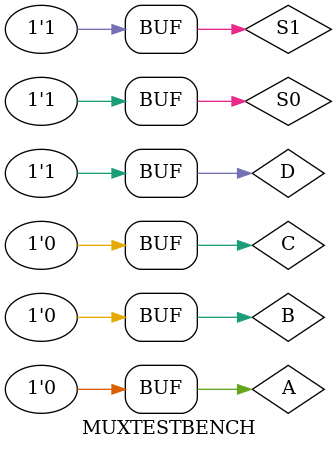
<source format=v>
`timescale 1ns / 1ps


module MUXTESTBENCH;

	// Inputs
	reg A;
	reg B;
	reg C;
	reg D;
	reg S0;
	reg S1;

	// Outputs
	wire f_mux4to1;
	wire f_mux4to1structure;

	// Instantiate the Unit Under Test (UUT)
	mux4to1 uut (
		.A(A), 
		.B(B), 
		.C(C), 
		.D(D), 
		.S0(S0), 
		.S1(S1), 
		.f_mux4to1(f_mux4to1)
	);
	
	mux4to1structure uut1 (
		.A(A), 
		.B(B), 
		.C(C), 
		.D(D), 
		.S0(S0), 
		.S1(S1), 
		.f_mux4to1structure(f_mux4to1structure)
	);

	initial begin
		// Initialize Inputs
		A = 0;
		B = 0;
		C = 0;
		D = 1;
		S0 = 0;
		S1 = 0;

		// Wait 250 ns for global reset to finish
		#50;A=0;B=0;C=1;D=0;
		#50;A=0;B=1;C=0;D=0;
		#50;A=1;B=0;C=0;D=0;
		#50;A=0;B=0;C=0;D=1;S0=0; S1=1;
		#50;A=0;B=0;C=1;D=0;
		#50;A=0;B=1;C=0;D=0;
		#50;A=1;B=0;C=0;D=0;
		#50;A=0;B=0;C=0;D=1;S0=1; S1=0;
		#50;A=0;B=0;C=1;D=0;
		#50;A=0;B=1;C=0;D=0;
		#50;A=1;B=0;C=0;D=0;
		#50;A=0;B=0;C=0;D=1;S0=1; S1=1;
		
        
		// Add stimulus here

	end
      
endmodule


</source>
